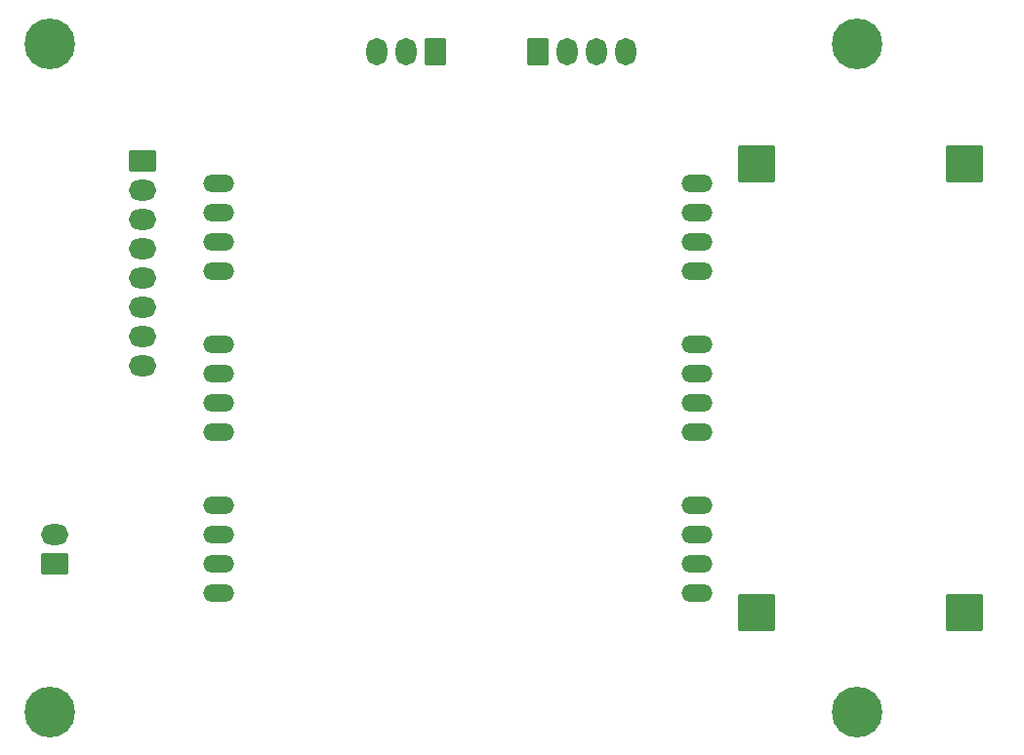
<source format=gbr>
G04 --- HEADER BEGIN --- *
G04 #@! TF.GenerationSoftware,LibrePCB,LibrePCB,1.1.0*
G04 #@! TF.CreationDate,2024-10-30T12:47:54*
G04 #@! TF.ProjectId,encoder diff driver board,5e1d4796-0e95-4f90-a33b-98ba50815d50,v1*
G04 #@! TF.Part,Single*
G04 #@! TF.SameCoordinates*
G04 #@! TF.FileFunction,Soldermask,Bot*
G04 #@! TF.FilePolarity,Negative*
%FSLAX66Y66*%
%MOMM*%
G01*
G75*
G04 --- HEADER END --- *
G04 --- APERTURE LIST BEGIN --- *
%ADD10O,2.7X1.5*%
%ADD11O,2.39X1.787*%
%AMROUNDEDRECT12*20,1,1.787,-1.095,0.0,1.095,0.0,0.0*20,1,1.587,-1.195,0.0,1.195,0.0,0.0*1,1,0.2,-1.095,0.7935*1,1,0.2,1.095,0.7935*1,1,0.2,1.095,-0.7935*1,1,0.2,-1.095,-0.7935*%
%ADD12ROUNDEDRECT12*%
%ADD13O,1.787X2.39*%
%AMROUNDEDRECT14*20,1,1.787,-1.095,0.0,1.095,0.0,90.0*20,1,1.587,-1.195,0.0,1.195,0.0,90.0*1,1,0.2,-0.7935,-1.095*1,1,0.2,-0.7935,1.095*1,1,0.2,0.7935,1.095*1,1,0.2,0.7935,-1.095*%
%ADD14ROUNDEDRECT14*%
%AMROUNDEDRECT15*20,1,3.2,-1.5,0.0,1.5,0.0,0.0*20,1,3.0,-1.6,0.0,1.6,0.0,0.0*1,1,0.2,-1.5,1.5*1,1,0.2,1.5,1.5*1,1,0.2,1.5,-1.5*1,1,0.2,-1.5,-1.5*%
%ADD15ROUNDEDRECT15*%
%ADD16C,4.4*%
G04 --- APERTURE LIST END --- *
G04 --- BOARD BEGIN --- *
D10*
G04 #@! TO.C,MODULE2*
X26444606Y-3800000D03*
X26444606Y-1280000D03*
X26444606Y1280000D03*
X-14975394Y-3820000D03*
X-14975394Y-6360000D03*
X-14975394Y-1260000D03*
X26444606Y-6360000D03*
X-14975394Y1280000D03*
D11*
G04 #@! TO.C,J4*
X-21570394Y-635000D03*
X-21570394Y6985000D03*
X-21570394Y4445000D03*
D12*
X-21570394Y17145000D03*
D11*
X-21570394Y14605000D03*
X-21570394Y1905000D03*
X-21570394Y12065000D03*
X-21570394Y9525000D03*
D13*
G04 #@! TO.C,J11*
X15259606Y26670000D03*
X17799606Y26670000D03*
X20339606Y26670000D03*
D14*
X12719606Y26670000D03*
D10*
G04 #@! TO.C,MODULE3*
X26444606Y-17770000D03*
X26444606Y-15250000D03*
X26444606Y-12690000D03*
X-14975394Y-17790000D03*
X-14975394Y-20330000D03*
X-14975394Y-15230000D03*
X26444606Y-20330000D03*
X-14975394Y-12690000D03*
D15*
G04 #@! TO.C,DC1*
X49659606Y16960000D03*
X31659606Y16960000D03*
X49659606Y-22040000D03*
X31659606Y-22040000D03*
D13*
G04 #@! TO.C,J9*
X-1250394Y26670000D03*
D14*
X3829606Y26670000D03*
D13*
X1289606Y26670000D03*
D10*
G04 #@! TO.C,MODULE1*
X26444606Y10170000D03*
X26444606Y12690000D03*
X26444606Y15250000D03*
X-14975394Y10150000D03*
X-14975394Y7610000D03*
X-14975394Y12710000D03*
X26444606Y7610000D03*
X-14975394Y15250000D03*
D11*
G04 #@! TO.C,J2*
X-29190394Y-15240000D03*
D12*
X-29190394Y-17780000D03*
D16*
G04 #@! TD*
X-29655394Y-30625000D03*
X40344606Y27375000D03*
X-29655394Y27375000D03*
X40344606Y-30625000D03*
G04 --- BOARD END --- *
G04 #@! TF.MD5,de3252f19f78d464fce8a34a66467ce5*
M02*

</source>
